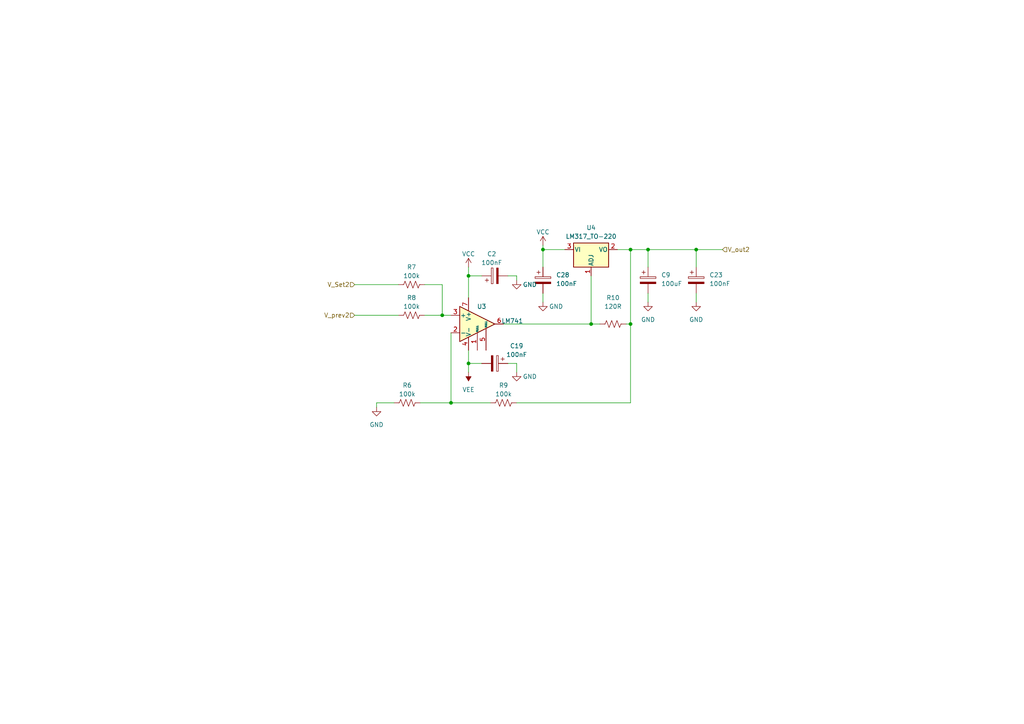
<source format=kicad_sch>
(kicad_sch
	(version 20231120)
	(generator "eeschema")
	(generator_version "8.0")
	(uuid "f0fe022c-722f-4215-b75b-7fa9d4d1487f")
	(paper "A4")
	(title_block
		(company "Purdue ECET")
	)
	(lib_symbols
		(symbol "Amplifier_Operational:LM741"
			(pin_names
				(offset 0.127)
			)
			(exclude_from_sim no)
			(in_bom yes)
			(on_board yes)
			(property "Reference" "U"
				(at 0 6.35 0)
				(effects
					(font
						(size 1.27 1.27)
					)
					(justify left)
				)
			)
			(property "Value" "LM741"
				(at 0 3.81 0)
				(effects
					(font
						(size 1.27 1.27)
					)
					(justify left)
				)
			)
			(property "Footprint" ""
				(at 1.27 1.27 0)
				(effects
					(font
						(size 1.27 1.27)
					)
					(hide yes)
				)
			)
			(property "Datasheet" "http://www.ti.com/lit/ds/symlink/lm741.pdf"
				(at 3.81 3.81 0)
				(effects
					(font
						(size 1.27 1.27)
					)
					(hide yes)
				)
			)
			(property "Description" "Operational Amplifier, DIP-8/TO-99-8"
				(at 0 0 0)
				(effects
					(font
						(size 1.27 1.27)
					)
					(hide yes)
				)
			)
			(property "ki_keywords" "single opamp"
				(at 0 0 0)
				(effects
					(font
						(size 1.27 1.27)
					)
					(hide yes)
				)
			)
			(property "ki_fp_filters" "SOIC*3.9x4.9mm*P1.27mm* DIP*W7.62mm* TSSOP*3x3mm*P0.65mm*"
				(at 0 0 0)
				(effects
					(font
						(size 1.27 1.27)
					)
					(hide yes)
				)
			)
			(symbol "LM741_0_1"
				(polyline
					(pts
						(xy -5.08 5.08) (xy 5.08 0) (xy -5.08 -5.08) (xy -5.08 5.08)
					)
					(stroke
						(width 0.254)
						(type default)
					)
					(fill
						(type background)
					)
				)
			)
			(symbol "LM741_1_1"
				(pin input line
					(at 0 -7.62 90)
					(length 5.08)
					(name "NULL"
						(effects
							(font
								(size 0.508 0.508)
							)
						)
					)
					(number "1"
						(effects
							(font
								(size 1.27 1.27)
							)
						)
					)
				)
				(pin input line
					(at -7.62 -2.54 0)
					(length 2.54)
					(name "-"
						(effects
							(font
								(size 1.27 1.27)
							)
						)
					)
					(number "2"
						(effects
							(font
								(size 1.27 1.27)
							)
						)
					)
				)
				(pin input line
					(at -7.62 2.54 0)
					(length 2.54)
					(name "+"
						(effects
							(font
								(size 1.27 1.27)
							)
						)
					)
					(number "3"
						(effects
							(font
								(size 1.27 1.27)
							)
						)
					)
				)
				(pin power_in line
					(at -2.54 -7.62 90)
					(length 3.81)
					(name "V-"
						(effects
							(font
								(size 1.27 1.27)
							)
						)
					)
					(number "4"
						(effects
							(font
								(size 1.27 1.27)
							)
						)
					)
				)
				(pin input line
					(at 2.54 -7.62 90)
					(length 6.35)
					(name "NULL"
						(effects
							(font
								(size 0.508 0.508)
							)
						)
					)
					(number "5"
						(effects
							(font
								(size 1.27 1.27)
							)
						)
					)
				)
				(pin output line
					(at 7.62 0 180)
					(length 2.54)
					(name "~"
						(effects
							(font
								(size 1.27 1.27)
							)
						)
					)
					(number "6"
						(effects
							(font
								(size 1.27 1.27)
							)
						)
					)
				)
				(pin power_in line
					(at -2.54 7.62 270)
					(length 3.81)
					(name "V+"
						(effects
							(font
								(size 1.27 1.27)
							)
						)
					)
					(number "7"
						(effects
							(font
								(size 1.27 1.27)
							)
						)
					)
				)
				(pin no_connect line
					(at 0 2.54 270)
					(length 2.54) hide
					(name "NC"
						(effects
							(font
								(size 1.27 1.27)
							)
						)
					)
					(number "8"
						(effects
							(font
								(size 1.27 1.27)
							)
						)
					)
				)
			)
		)
		(symbol "Device:C_Polarized"
			(pin_numbers hide)
			(pin_names
				(offset 0.254)
			)
			(exclude_from_sim no)
			(in_bom yes)
			(on_board yes)
			(property "Reference" "C"
				(at 0.635 2.54 0)
				(effects
					(font
						(size 1.27 1.27)
					)
					(justify left)
				)
			)
			(property "Value" "C_Polarized"
				(at 0.635 -2.54 0)
				(effects
					(font
						(size 1.27 1.27)
					)
					(justify left)
				)
			)
			(property "Footprint" ""
				(at 0.9652 -3.81 0)
				(effects
					(font
						(size 1.27 1.27)
					)
					(hide yes)
				)
			)
			(property "Datasheet" "~"
				(at 0 0 0)
				(effects
					(font
						(size 1.27 1.27)
					)
					(hide yes)
				)
			)
			(property "Description" "Polarized capacitor"
				(at 0 0 0)
				(effects
					(font
						(size 1.27 1.27)
					)
					(hide yes)
				)
			)
			(property "ki_keywords" "cap capacitor"
				(at 0 0 0)
				(effects
					(font
						(size 1.27 1.27)
					)
					(hide yes)
				)
			)
			(property "ki_fp_filters" "CP_*"
				(at 0 0 0)
				(effects
					(font
						(size 1.27 1.27)
					)
					(hide yes)
				)
			)
			(symbol "C_Polarized_0_1"
				(rectangle
					(start -2.286 0.508)
					(end 2.286 1.016)
					(stroke
						(width 0)
						(type default)
					)
					(fill
						(type none)
					)
				)
				(polyline
					(pts
						(xy -1.778 2.286) (xy -0.762 2.286)
					)
					(stroke
						(width 0)
						(type default)
					)
					(fill
						(type none)
					)
				)
				(polyline
					(pts
						(xy -1.27 2.794) (xy -1.27 1.778)
					)
					(stroke
						(width 0)
						(type default)
					)
					(fill
						(type none)
					)
				)
				(rectangle
					(start 2.286 -0.508)
					(end -2.286 -1.016)
					(stroke
						(width 0)
						(type default)
					)
					(fill
						(type outline)
					)
				)
			)
			(symbol "C_Polarized_1_1"
				(pin passive line
					(at 0 3.81 270)
					(length 2.794)
					(name "~"
						(effects
							(font
								(size 1.27 1.27)
							)
						)
					)
					(number "1"
						(effects
							(font
								(size 1.27 1.27)
							)
						)
					)
				)
				(pin passive line
					(at 0 -3.81 90)
					(length 2.794)
					(name "~"
						(effects
							(font
								(size 1.27 1.27)
							)
						)
					)
					(number "2"
						(effects
							(font
								(size 1.27 1.27)
							)
						)
					)
				)
			)
		)
		(symbol "Device:R_US"
			(pin_numbers hide)
			(pin_names
				(offset 0)
			)
			(exclude_from_sim no)
			(in_bom yes)
			(on_board yes)
			(property "Reference" "R"
				(at 2.54 0 90)
				(effects
					(font
						(size 1.27 1.27)
					)
				)
			)
			(property "Value" "R_US"
				(at -2.54 0 90)
				(effects
					(font
						(size 1.27 1.27)
					)
				)
			)
			(property "Footprint" ""
				(at 1.016 -0.254 90)
				(effects
					(font
						(size 1.27 1.27)
					)
					(hide yes)
				)
			)
			(property "Datasheet" "~"
				(at 0 0 0)
				(effects
					(font
						(size 1.27 1.27)
					)
					(hide yes)
				)
			)
			(property "Description" "Resistor, US symbol"
				(at 0 0 0)
				(effects
					(font
						(size 1.27 1.27)
					)
					(hide yes)
				)
			)
			(property "ki_keywords" "R res resistor"
				(at 0 0 0)
				(effects
					(font
						(size 1.27 1.27)
					)
					(hide yes)
				)
			)
			(property "ki_fp_filters" "R_*"
				(at 0 0 0)
				(effects
					(font
						(size 1.27 1.27)
					)
					(hide yes)
				)
			)
			(symbol "R_US_0_1"
				(polyline
					(pts
						(xy 0 -2.286) (xy 0 -2.54)
					)
					(stroke
						(width 0)
						(type default)
					)
					(fill
						(type none)
					)
				)
				(polyline
					(pts
						(xy 0 2.286) (xy 0 2.54)
					)
					(stroke
						(width 0)
						(type default)
					)
					(fill
						(type none)
					)
				)
				(polyline
					(pts
						(xy 0 -0.762) (xy 1.016 -1.143) (xy 0 -1.524) (xy -1.016 -1.905) (xy 0 -2.286)
					)
					(stroke
						(width 0)
						(type default)
					)
					(fill
						(type none)
					)
				)
				(polyline
					(pts
						(xy 0 0.762) (xy 1.016 0.381) (xy 0 0) (xy -1.016 -0.381) (xy 0 -0.762)
					)
					(stroke
						(width 0)
						(type default)
					)
					(fill
						(type none)
					)
				)
				(polyline
					(pts
						(xy 0 2.286) (xy 1.016 1.905) (xy 0 1.524) (xy -1.016 1.143) (xy 0 0.762)
					)
					(stroke
						(width 0)
						(type default)
					)
					(fill
						(type none)
					)
				)
			)
			(symbol "R_US_1_1"
				(pin passive line
					(at 0 3.81 270)
					(length 1.27)
					(name "~"
						(effects
							(font
								(size 1.27 1.27)
							)
						)
					)
					(number "1"
						(effects
							(font
								(size 1.27 1.27)
							)
						)
					)
				)
				(pin passive line
					(at 0 -3.81 90)
					(length 1.27)
					(name "~"
						(effects
							(font
								(size 1.27 1.27)
							)
						)
					)
					(number "2"
						(effects
							(font
								(size 1.27 1.27)
							)
						)
					)
				)
			)
		)
		(symbol "Regulator_Linear:LM317_TO-220"
			(pin_names
				(offset 0.254)
			)
			(exclude_from_sim no)
			(in_bom yes)
			(on_board yes)
			(property "Reference" "U"
				(at -3.81 3.175 0)
				(effects
					(font
						(size 1.27 1.27)
					)
				)
			)
			(property "Value" "LM317_TO-220"
				(at 0 3.175 0)
				(effects
					(font
						(size 1.27 1.27)
					)
					(justify left)
				)
			)
			(property "Footprint" "Package_TO_SOT_THT:TO-220-3_Vertical"
				(at 0 6.35 0)
				(effects
					(font
						(size 1.27 1.27)
						(italic yes)
					)
					(hide yes)
				)
			)
			(property "Datasheet" "http://www.ti.com/lit/ds/symlink/lm317.pdf"
				(at 0 0 0)
				(effects
					(font
						(size 1.27 1.27)
					)
					(hide yes)
				)
			)
			(property "Description" "1.5A 35V Adjustable Linear Regulator, TO-220"
				(at 0 0 0)
				(effects
					(font
						(size 1.27 1.27)
					)
					(hide yes)
				)
			)
			(property "ki_keywords" "Adjustable Voltage Regulator 1A Positive"
				(at 0 0 0)
				(effects
					(font
						(size 1.27 1.27)
					)
					(hide yes)
				)
			)
			(property "ki_fp_filters" "TO?220*"
				(at 0 0 0)
				(effects
					(font
						(size 1.27 1.27)
					)
					(hide yes)
				)
			)
			(symbol "LM317_TO-220_0_1"
				(rectangle
					(start -5.08 1.905)
					(end 5.08 -5.08)
					(stroke
						(width 0.254)
						(type default)
					)
					(fill
						(type background)
					)
				)
			)
			(symbol "LM317_TO-220_1_1"
				(pin input line
					(at 0 -7.62 90)
					(length 2.54)
					(name "ADJ"
						(effects
							(font
								(size 1.27 1.27)
							)
						)
					)
					(number "1"
						(effects
							(font
								(size 1.27 1.27)
							)
						)
					)
				)
				(pin power_out line
					(at 7.62 0 180)
					(length 2.54)
					(name "VO"
						(effects
							(font
								(size 1.27 1.27)
							)
						)
					)
					(number "2"
						(effects
							(font
								(size 1.27 1.27)
							)
						)
					)
				)
				(pin power_in line
					(at -7.62 0 0)
					(length 2.54)
					(name "VI"
						(effects
							(font
								(size 1.27 1.27)
							)
						)
					)
					(number "3"
						(effects
							(font
								(size 1.27 1.27)
							)
						)
					)
				)
			)
		)
		(symbol "power:GND"
			(power)
			(pin_names
				(offset 0)
			)
			(exclude_from_sim no)
			(in_bom yes)
			(on_board yes)
			(property "Reference" "#PWR"
				(at 0 -6.35 0)
				(effects
					(font
						(size 1.27 1.27)
					)
					(hide yes)
				)
			)
			(property "Value" "GND"
				(at 0 -3.81 0)
				(effects
					(font
						(size 1.27 1.27)
					)
				)
			)
			(property "Footprint" ""
				(at 0 0 0)
				(effects
					(font
						(size 1.27 1.27)
					)
					(hide yes)
				)
			)
			(property "Datasheet" ""
				(at 0 0 0)
				(effects
					(font
						(size 1.27 1.27)
					)
					(hide yes)
				)
			)
			(property "Description" "Power symbol creates a global label with name \"GND\" , ground"
				(at 0 0 0)
				(effects
					(font
						(size 1.27 1.27)
					)
					(hide yes)
				)
			)
			(property "ki_keywords" "global power"
				(at 0 0 0)
				(effects
					(font
						(size 1.27 1.27)
					)
					(hide yes)
				)
			)
			(symbol "GND_0_1"
				(polyline
					(pts
						(xy 0 0) (xy 0 -1.27) (xy 1.27 -1.27) (xy 0 -2.54) (xy -1.27 -1.27) (xy 0 -1.27)
					)
					(stroke
						(width 0)
						(type default)
					)
					(fill
						(type none)
					)
				)
			)
			(symbol "GND_1_1"
				(pin power_in line
					(at 0 0 270)
					(length 0) hide
					(name "GND"
						(effects
							(font
								(size 1.27 1.27)
							)
						)
					)
					(number "1"
						(effects
							(font
								(size 1.27 1.27)
							)
						)
					)
				)
			)
		)
		(symbol "power:VCC"
			(power)
			(pin_names
				(offset 0)
			)
			(exclude_from_sim no)
			(in_bom yes)
			(on_board yes)
			(property "Reference" "#PWR"
				(at 0 -3.81 0)
				(effects
					(font
						(size 1.27 1.27)
					)
					(hide yes)
				)
			)
			(property "Value" "VCC"
				(at 0 3.81 0)
				(effects
					(font
						(size 1.27 1.27)
					)
				)
			)
			(property "Footprint" ""
				(at 0 0 0)
				(effects
					(font
						(size 1.27 1.27)
					)
					(hide yes)
				)
			)
			(property "Datasheet" ""
				(at 0 0 0)
				(effects
					(font
						(size 1.27 1.27)
					)
					(hide yes)
				)
			)
			(property "Description" "Power symbol creates a global label with name \"VCC\""
				(at 0 0 0)
				(effects
					(font
						(size 1.27 1.27)
					)
					(hide yes)
				)
			)
			(property "ki_keywords" "global power"
				(at 0 0 0)
				(effects
					(font
						(size 1.27 1.27)
					)
					(hide yes)
				)
			)
			(symbol "VCC_0_1"
				(polyline
					(pts
						(xy -0.762 1.27) (xy 0 2.54)
					)
					(stroke
						(width 0)
						(type default)
					)
					(fill
						(type none)
					)
				)
				(polyline
					(pts
						(xy 0 0) (xy 0 2.54)
					)
					(stroke
						(width 0)
						(type default)
					)
					(fill
						(type none)
					)
				)
				(polyline
					(pts
						(xy 0 2.54) (xy 0.762 1.27)
					)
					(stroke
						(width 0)
						(type default)
					)
					(fill
						(type none)
					)
				)
			)
			(symbol "VCC_1_1"
				(pin power_in line
					(at 0 0 90)
					(length 0) hide
					(name "VCC"
						(effects
							(font
								(size 1.27 1.27)
							)
						)
					)
					(number "1"
						(effects
							(font
								(size 1.27 1.27)
							)
						)
					)
				)
			)
		)
		(symbol "power:VEE"
			(power)
			(pin_names
				(offset 0)
			)
			(exclude_from_sim no)
			(in_bom yes)
			(on_board yes)
			(property "Reference" "#PWR"
				(at 0 -3.81 0)
				(effects
					(font
						(size 1.27 1.27)
					)
					(hide yes)
				)
			)
			(property "Value" "VEE"
				(at 0 3.81 0)
				(effects
					(font
						(size 1.27 1.27)
					)
				)
			)
			(property "Footprint" ""
				(at 0 0 0)
				(effects
					(font
						(size 1.27 1.27)
					)
					(hide yes)
				)
			)
			(property "Datasheet" ""
				(at 0 0 0)
				(effects
					(font
						(size 1.27 1.27)
					)
					(hide yes)
				)
			)
			(property "Description" "Power symbol creates a global label with name \"VEE\""
				(at 0 0 0)
				(effects
					(font
						(size 1.27 1.27)
					)
					(hide yes)
				)
			)
			(property "ki_keywords" "global power"
				(at 0 0 0)
				(effects
					(font
						(size 1.27 1.27)
					)
					(hide yes)
				)
			)
			(symbol "VEE_0_1"
				(polyline
					(pts
						(xy 0 0) (xy 0 2.54)
					)
					(stroke
						(width 0)
						(type default)
					)
					(fill
						(type none)
					)
				)
				(polyline
					(pts
						(xy 0.762 1.27) (xy -0.762 1.27) (xy 0 2.54) (xy 0.762 1.27)
					)
					(stroke
						(width 0)
						(type default)
					)
					(fill
						(type outline)
					)
				)
			)
			(symbol "VEE_1_1"
				(pin power_in line
					(at 0 0 90)
					(length 0) hide
					(name "VEE"
						(effects
							(font
								(size 1.27 1.27)
							)
						)
					)
					(number "1"
						(effects
							(font
								(size 1.27 1.27)
							)
						)
					)
				)
			)
		)
	)
	(junction
		(at 130.81 116.84)
		(diameter 0)
		(color 0 0 0 0)
		(uuid "0a6eaa2c-f1c0-4dca-915a-66a6e9941010")
	)
	(junction
		(at 182.88 72.39)
		(diameter 0)
		(color 0 0 0 0)
		(uuid "10af608d-9051-4537-8232-ad00d69c85f3")
	)
	(junction
		(at 128.27 91.44)
		(diameter 0)
		(color 0 0 0 0)
		(uuid "4b7f20cb-7420-4452-a863-27dfa0c2ae2d")
	)
	(junction
		(at 182.88 93.98)
		(diameter 0)
		(color 0 0 0 0)
		(uuid "790de670-8117-40ca-b648-cab50fd18afc")
	)
	(junction
		(at 187.96 72.39)
		(diameter 0)
		(color 0 0 0 0)
		(uuid "930f3cdb-56c4-42f3-9b96-5cab84dd7aeb")
	)
	(junction
		(at 201.93 72.39)
		(diameter 0)
		(color 0 0 0 0)
		(uuid "9e4e147e-fe47-427d-aafd-b17c7f32a29b")
	)
	(junction
		(at 135.89 105.41)
		(diameter 0)
		(color 0 0 0 0)
		(uuid "a34ef4ec-e9af-4189-b99f-9aefdbea265c")
	)
	(junction
		(at 157.48 72.39)
		(diameter 0)
		(color 0 0 0 0)
		(uuid "d757cd01-2fe6-4cd6-af62-f250dfa85ca9")
	)
	(junction
		(at 171.45 93.98)
		(diameter 0)
		(color 0 0 0 0)
		(uuid "d968e35b-f3e3-4cc7-8176-a62e7c0aaf45")
	)
	(junction
		(at 135.89 80.01)
		(diameter 0)
		(color 0 0 0 0)
		(uuid "fafea651-c918-4daa-ad57-696d83767d05")
	)
	(wire
		(pts
			(xy 109.22 116.84) (xy 109.22 118.11)
		)
		(stroke
			(width 0)
			(type default)
		)
		(uuid "00dfa9da-e2c7-4656-afa3-f5193752a65e")
	)
	(wire
		(pts
			(xy 128.27 91.44) (xy 130.81 91.44)
		)
		(stroke
			(width 0)
			(type default)
		)
		(uuid "02faf5f6-bd4d-45b7-9784-be46813edd4c")
	)
	(wire
		(pts
			(xy 123.19 82.55) (xy 128.27 82.55)
		)
		(stroke
			(width 0)
			(type default)
		)
		(uuid "160f03eb-55c1-45bb-8324-49fdc919c21d")
	)
	(wire
		(pts
			(xy 130.81 116.84) (xy 142.24 116.84)
		)
		(stroke
			(width 0)
			(type default)
		)
		(uuid "1b68b001-9df4-4e1c-8cc2-4d5ca3003724")
	)
	(wire
		(pts
			(xy 201.93 85.09) (xy 201.93 87.63)
		)
		(stroke
			(width 0)
			(type default)
		)
		(uuid "2176dff3-2703-42d3-bc4d-e3014a16c7d2")
	)
	(wire
		(pts
			(xy 171.45 80.01) (xy 171.45 93.98)
		)
		(stroke
			(width 0)
			(type default)
		)
		(uuid "21ffb36b-ddf2-4490-a0a5-8d92829868d7")
	)
	(wire
		(pts
			(xy 163.83 72.39) (xy 157.48 72.39)
		)
		(stroke
			(width 0)
			(type default)
		)
		(uuid "22ae25aa-21aa-4a4e-9972-fbf72349080f")
	)
	(wire
		(pts
			(xy 128.27 82.55) (xy 128.27 91.44)
		)
		(stroke
			(width 0)
			(type default)
		)
		(uuid "2da59166-b36b-49bd-ada8-4de95b9e0bd1")
	)
	(wire
		(pts
			(xy 146.05 93.98) (xy 171.45 93.98)
		)
		(stroke
			(width 0)
			(type default)
		)
		(uuid "31abd467-558e-4599-a376-a4d272514491")
	)
	(wire
		(pts
			(xy 121.92 116.84) (xy 130.81 116.84)
		)
		(stroke
			(width 0)
			(type default)
		)
		(uuid "31bd3c66-db6e-4c96-a19d-c1fb925b6e83")
	)
	(wire
		(pts
			(xy 187.96 72.39) (xy 201.93 72.39)
		)
		(stroke
			(width 0)
			(type default)
		)
		(uuid "39ed24d5-63ef-4e10-8a3b-29e0f0ae6262")
	)
	(wire
		(pts
			(xy 182.88 116.84) (xy 182.88 93.98)
		)
		(stroke
			(width 0)
			(type default)
		)
		(uuid "3be75239-602e-47e1-a100-4afe0e849ff8")
	)
	(wire
		(pts
			(xy 201.93 72.39) (xy 201.93 77.47)
		)
		(stroke
			(width 0)
			(type default)
		)
		(uuid "3e6addc1-8b54-4605-a57d-d39c98708fa4")
	)
	(wire
		(pts
			(xy 149.86 107.95) (xy 149.86 105.41)
		)
		(stroke
			(width 0)
			(type default)
		)
		(uuid "45999fbb-8a95-4e5e-9754-017ca4052889")
	)
	(wire
		(pts
			(xy 147.32 80.01) (xy 149.86 80.01)
		)
		(stroke
			(width 0)
			(type default)
		)
		(uuid "46a70af8-3c42-4eaf-aa65-3e838619c632")
	)
	(wire
		(pts
			(xy 149.86 116.84) (xy 182.88 116.84)
		)
		(stroke
			(width 0)
			(type default)
		)
		(uuid "4c2bce77-00b4-453b-9aee-43a97e810d01")
	)
	(wire
		(pts
			(xy 147.32 105.41) (xy 149.86 105.41)
		)
		(stroke
			(width 0)
			(type default)
		)
		(uuid "52b1d863-4e90-439b-bdbb-50b6356b12d2")
	)
	(wire
		(pts
			(xy 182.88 72.39) (xy 182.88 93.98)
		)
		(stroke
			(width 0)
			(type default)
		)
		(uuid "5e73d2ae-89cb-4e33-9f8a-87f38a2d5d2c")
	)
	(wire
		(pts
			(xy 157.48 72.39) (xy 157.48 77.47)
		)
		(stroke
			(width 0)
			(type default)
		)
		(uuid "64a75847-daa2-47f9-9c0f-ea5e708a8d1e")
	)
	(wire
		(pts
			(xy 102.87 82.55) (xy 115.57 82.55)
		)
		(stroke
			(width 0)
			(type default)
		)
		(uuid "71d066d7-39f2-4bfc-a942-038711cc148f")
	)
	(wire
		(pts
			(xy 135.89 77.47) (xy 135.89 80.01)
		)
		(stroke
			(width 0)
			(type default)
		)
		(uuid "7c1005c4-2fbe-4cbe-9d7e-61b3be7a6d63")
	)
	(wire
		(pts
			(xy 123.19 91.44) (xy 128.27 91.44)
		)
		(stroke
			(width 0)
			(type default)
		)
		(uuid "7c6aeeb1-2d78-41ca-ba6d-e2b439acc68d")
	)
	(wire
		(pts
			(xy 182.88 72.39) (xy 187.96 72.39)
		)
		(stroke
			(width 0)
			(type default)
		)
		(uuid "7f2296d6-7296-4e89-be24-5b824e194ccf")
	)
	(wire
		(pts
			(xy 139.7 105.41) (xy 135.89 105.41)
		)
		(stroke
			(width 0)
			(type default)
		)
		(uuid "9e38ad3b-b7d8-48a9-916b-b8286827c79f")
	)
	(wire
		(pts
			(xy 173.99 93.98) (xy 171.45 93.98)
		)
		(stroke
			(width 0)
			(type default)
		)
		(uuid "ba4b41b1-9c9b-4246-9bc1-4c4077371509")
	)
	(wire
		(pts
			(xy 157.48 85.09) (xy 157.48 87.63)
		)
		(stroke
			(width 0)
			(type default)
		)
		(uuid "bc218cda-8d90-4828-8bd9-2fd5d9565a87")
	)
	(wire
		(pts
			(xy 135.89 105.41) (xy 135.89 107.95)
		)
		(stroke
			(width 0)
			(type default)
		)
		(uuid "bf9198e6-faf7-485f-a033-0af21a7585e9")
	)
	(wire
		(pts
			(xy 135.89 101.6) (xy 135.89 105.41)
		)
		(stroke
			(width 0)
			(type default)
		)
		(uuid "c29aa247-0ed2-45c9-b94a-0f6cec2bf3fe")
	)
	(wire
		(pts
			(xy 181.61 93.98) (xy 182.88 93.98)
		)
		(stroke
			(width 0)
			(type default)
		)
		(uuid "c45a869e-5896-4fff-9fd6-80155d712d67")
	)
	(wire
		(pts
			(xy 157.48 72.39) (xy 157.48 71.12)
		)
		(stroke
			(width 0)
			(type default)
		)
		(uuid "c6571cc8-e5c2-4558-84fb-c15791061406")
	)
	(wire
		(pts
			(xy 149.86 81.28) (xy 149.86 80.01)
		)
		(stroke
			(width 0)
			(type default)
		)
		(uuid "c98fc6c5-f995-4025-8569-9e5e066f6f81")
	)
	(wire
		(pts
			(xy 187.96 77.47) (xy 187.96 72.39)
		)
		(stroke
			(width 0)
			(type default)
		)
		(uuid "d074b759-80aa-4692-a117-64e0e8dba594")
	)
	(wire
		(pts
			(xy 179.07 72.39) (xy 182.88 72.39)
		)
		(stroke
			(width 0)
			(type default)
		)
		(uuid "d3047841-09e1-4369-bf5b-a148ecafa763")
	)
	(wire
		(pts
			(xy 130.81 96.52) (xy 130.81 116.84)
		)
		(stroke
			(width 0)
			(type default)
		)
		(uuid "d5c39f85-c4e3-4f93-a8e1-a71e9b6cbfe4")
	)
	(wire
		(pts
			(xy 135.89 80.01) (xy 135.89 86.36)
		)
		(stroke
			(width 0)
			(type default)
		)
		(uuid "da26d809-22a4-4960-9279-94cf6a7155eb")
	)
	(wire
		(pts
			(xy 135.89 80.01) (xy 139.7 80.01)
		)
		(stroke
			(width 0)
			(type default)
		)
		(uuid "da3251c1-35f5-47bc-b9dc-0a25f4cab70d")
	)
	(wire
		(pts
			(xy 201.93 72.39) (xy 209.55 72.39)
		)
		(stroke
			(width 0)
			(type default)
		)
		(uuid "dd910ec6-e430-44be-967d-636b26a5aace")
	)
	(wire
		(pts
			(xy 114.3 116.84) (xy 109.22 116.84)
		)
		(stroke
			(width 0)
			(type default)
		)
		(uuid "ed68ed58-51c7-4d59-a15e-e6975d4c6bea")
	)
	(wire
		(pts
			(xy 187.96 85.09) (xy 187.96 87.63)
		)
		(stroke
			(width 0)
			(type default)
		)
		(uuid "f841d9a9-c9ac-4272-95fe-f196a2877611")
	)
	(wire
		(pts
			(xy 102.87 91.44) (xy 115.57 91.44)
		)
		(stroke
			(width 0)
			(type default)
		)
		(uuid "f963fd8c-371c-4701-b33d-7dfb50fbb80c")
	)
	(hierarchical_label "V_Set2"
		(shape input)
		(at 102.87 82.55 180)
		(effects
			(font
				(size 1.27 1.27)
			)
			(justify right)
		)
		(uuid "536dab99-2ee9-44ac-82f1-8270d7029c53")
	)
	(hierarchical_label "V_prev2"
		(shape input)
		(at 102.87 91.44 180)
		(effects
			(font
				(size 1.27 1.27)
			)
			(justify right)
		)
		(uuid "5994b7c6-b836-4598-86ea-21083172bc1a")
	)
	(hierarchical_label "V_out2"
		(shape input)
		(at 209.55 72.39 0)
		(effects
			(font
				(size 1.27 1.27)
			)
			(justify left)
		)
		(uuid "fc850eb3-c871-4148-bc46-0881d7a34f41")
	)
	(symbol
		(lib_id "power:VEE")
		(at 135.89 107.95 180)
		(unit 1)
		(exclude_from_sim no)
		(in_bom yes)
		(on_board yes)
		(dnp no)
		(fields_autoplaced yes)
		(uuid "00662e06-b617-487d-b768-d526bfb37dcd")
		(property "Reference" "#PWR07"
			(at 135.89 104.14 0)
			(effects
				(font
					(size 1.27 1.27)
				)
				(hide yes)
			)
		)
		(property "Value" "VEE"
			(at 135.89 113.03 0)
			(effects
				(font
					(size 1.27 1.27)
				)
			)
		)
		(property "Footprint" ""
			(at 135.89 107.95 0)
			(effects
				(font
					(size 1.27 1.27)
				)
				(hide yes)
			)
		)
		(property "Datasheet" ""
			(at 135.89 107.95 0)
			(effects
				(font
					(size 1.27 1.27)
				)
				(hide yes)
			)
		)
		(property "Description" ""
			(at 135.89 107.95 0)
			(effects
				(font
					(size 1.27 1.27)
				)
				(hide yes)
			)
		)
		(pin "1"
			(uuid "1313a79b-386a-4e7b-9c1c-8147a3370c64")
		)
		(instances
			(project "battery emulator design 0.1"
				(path "/eb54f7d9-731a-4a54-adbe-3a25c9be0c1a/9fae1e2f-e166-4df4-a8bf-1f26184c47b9"
					(reference "#PWR07")
					(unit 1)
				)
			)
		)
	)
	(symbol
		(lib_id "Regulator_Linear:LM317_TO-220")
		(at 171.45 72.39 0)
		(unit 1)
		(exclude_from_sim no)
		(in_bom yes)
		(on_board yes)
		(dnp no)
		(fields_autoplaced yes)
		(uuid "0fb39018-6627-49bd-92fb-c4cf1b9563fd")
		(property "Reference" "U4"
			(at 171.45 66.04 0)
			(effects
				(font
					(size 1.27 1.27)
				)
			)
		)
		(property "Value" "LM317_TO-220"
			(at 171.45 68.58 0)
			(effects
				(font
					(size 1.27 1.27)
				)
			)
		)
		(property "Footprint" "Package_TO_SOT_THT:TO-220-3_Vertical"
			(at 171.45 66.04 0)
			(effects
				(font
					(size 1.27 1.27)
					(italic yes)
				)
				(hide yes)
			)
		)
		(property "Datasheet" "http://www.ti.com/lit/ds/symlink/lm317.pdf"
			(at 171.45 72.39 0)
			(effects
				(font
					(size 1.27 1.27)
				)
				(hide yes)
			)
		)
		(property "Description" ""
			(at 171.45 72.39 0)
			(effects
				(font
					(size 1.27 1.27)
				)
				(hide yes)
			)
		)
		(pin "1"
			(uuid "893d5cc9-c52c-43b8-8747-48c1cd0a82c7")
		)
		(pin "2"
			(uuid "22a02be8-9ce2-4ae9-8861-a0b0cb3fac91")
		)
		(pin "3"
			(uuid "eb6081c0-4133-4098-a8e4-4395e9d9c619")
		)
		(instances
			(project "battery emulator design 0.1"
				(path "/eb54f7d9-731a-4a54-adbe-3a25c9be0c1a/9fae1e2f-e166-4df4-a8bf-1f26184c47b9"
					(reference "U4")
					(unit 1)
				)
			)
		)
	)
	(symbol
		(lib_id "power:VCC")
		(at 135.89 77.47 0)
		(unit 1)
		(exclude_from_sim no)
		(in_bom yes)
		(on_board yes)
		(dnp no)
		(fields_autoplaced yes)
		(uuid "16ffd8e0-84a0-49c0-b1db-f41f317efff6")
		(property "Reference" "#PWR06"
			(at 135.89 81.28 0)
			(effects
				(font
					(size 1.27 1.27)
				)
				(hide yes)
			)
		)
		(property "Value" "VCC"
			(at 135.89 73.66 0)
			(effects
				(font
					(size 1.27 1.27)
				)
			)
		)
		(property "Footprint" ""
			(at 135.89 77.47 0)
			(effects
				(font
					(size 1.27 1.27)
				)
				(hide yes)
			)
		)
		(property "Datasheet" ""
			(at 135.89 77.47 0)
			(effects
				(font
					(size 1.27 1.27)
				)
				(hide yes)
			)
		)
		(property "Description" ""
			(at 135.89 77.47 0)
			(effects
				(font
					(size 1.27 1.27)
				)
				(hide yes)
			)
		)
		(pin "1"
			(uuid "07306bdd-b7fb-49a3-a967-d5c4503a06bd")
		)
		(instances
			(project "battery emulator design 0.1"
				(path "/eb54f7d9-731a-4a54-adbe-3a25c9be0c1a/9fae1e2f-e166-4df4-a8bf-1f26184c47b9"
					(reference "#PWR06")
					(unit 1)
				)
			)
		)
	)
	(symbol
		(lib_id "power:GND")
		(at 201.93 87.63 0)
		(unit 1)
		(exclude_from_sim no)
		(in_bom yes)
		(on_board yes)
		(dnp no)
		(fields_autoplaced yes)
		(uuid "29daeed0-0e91-47b6-b4f0-ab59d0d9352b")
		(property "Reference" "#PWR050"
			(at 201.93 93.98 0)
			(effects
				(font
					(size 1.27 1.27)
				)
				(hide yes)
			)
		)
		(property "Value" "GND"
			(at 201.93 92.71 0)
			(effects
				(font
					(size 1.27 1.27)
				)
			)
		)
		(property "Footprint" ""
			(at 201.93 87.63 0)
			(effects
				(font
					(size 1.27 1.27)
				)
				(hide yes)
			)
		)
		(property "Datasheet" ""
			(at 201.93 87.63 0)
			(effects
				(font
					(size 1.27 1.27)
				)
				(hide yes)
			)
		)
		(property "Description" ""
			(at 201.93 87.63 0)
			(effects
				(font
					(size 1.27 1.27)
				)
				(hide yes)
			)
		)
		(pin "1"
			(uuid "e9b6ed50-1546-469a-b48e-fd269d2d7f7b")
		)
		(instances
			(project "battery emulator design 0.1"
				(path "/eb54f7d9-731a-4a54-adbe-3a25c9be0c1a/9fae1e2f-e166-4df4-a8bf-1f26184c47b9"
					(reference "#PWR050")
					(unit 1)
				)
			)
		)
	)
	(symbol
		(lib_id "Device:R_US")
		(at 119.38 82.55 90)
		(unit 1)
		(exclude_from_sim no)
		(in_bom yes)
		(on_board yes)
		(dnp no)
		(fields_autoplaced yes)
		(uuid "2eb88251-5426-44d1-b404-2cf23eaa79c2")
		(property "Reference" "R7"
			(at 119.38 77.47 90)
			(effects
				(font
					(size 1.27 1.27)
				)
			)
		)
		(property "Value" "100k"
			(at 119.38 80.01 90)
			(effects
				(font
					(size 1.27 1.27)
				)
			)
		)
		(property "Footprint" "Resistor_THT:R_Axial_DIN0207_L6.3mm_D2.5mm_P10.16mm_Horizontal"
			(at 119.634 81.534 90)
			(effects
				(font
					(size 1.27 1.27)
				)
				(hide yes)
			)
		)
		(property "Datasheet" "~"
			(at 119.38 82.55 0)
			(effects
				(font
					(size 1.27 1.27)
				)
				(hide yes)
			)
		)
		(property "Description" ""
			(at 119.38 82.55 0)
			(effects
				(font
					(size 1.27 1.27)
				)
				(hide yes)
			)
		)
		(pin "1"
			(uuid "35eb8e5d-ddf3-4976-8cdf-416dc75a7d82")
		)
		(pin "2"
			(uuid "90a5632b-01c1-4d17-a5ae-7209d855af88")
		)
		(instances
			(project "battery emulator design 0.1"
				(path "/eb54f7d9-731a-4a54-adbe-3a25c9be0c1a/9fae1e2f-e166-4df4-a8bf-1f26184c47b9"
					(reference "R7")
					(unit 1)
				)
			)
		)
	)
	(symbol
		(lib_id "Device:C_Polarized")
		(at 143.51 80.01 90)
		(unit 1)
		(exclude_from_sim no)
		(in_bom yes)
		(on_board yes)
		(dnp no)
		(fields_autoplaced yes)
		(uuid "30479007-ba45-47c5-a544-06993ca92c02")
		(property "Reference" "C2"
			(at 142.621 73.66 90)
			(effects
				(font
					(size 1.27 1.27)
				)
			)
		)
		(property "Value" "100nF"
			(at 142.621 76.2 90)
			(effects
				(font
					(size 1.27 1.27)
				)
			)
		)
		(property "Footprint" "Capacitor_THT:C_Disc_D3.4mm_W2.1mm_P2.50mm"
			(at 147.32 79.0448 0)
			(effects
				(font
					(size 1.27 1.27)
				)
				(hide yes)
			)
		)
		(property "Datasheet" "~"
			(at 143.51 80.01 0)
			(effects
				(font
					(size 1.27 1.27)
				)
				(hide yes)
			)
		)
		(property "Description" ""
			(at 143.51 80.01 0)
			(effects
				(font
					(size 1.27 1.27)
				)
				(hide yes)
			)
		)
		(pin "1"
			(uuid "0b6f761b-2a80-4bb1-8c22-ff9a36588be8")
		)
		(pin "2"
			(uuid "5bdf1e9d-b512-4b2f-a788-006e0bc443a9")
		)
		(instances
			(project "battery emulator design 0.1"
				(path "/eb54f7d9-731a-4a54-adbe-3a25c9be0c1a/9fae1e2f-e166-4df4-a8bf-1f26184c47b9"
					(reference "C2")
					(unit 1)
				)
			)
		)
	)
	(symbol
		(lib_id "power:VCC")
		(at 157.48 71.12 0)
		(unit 1)
		(exclude_from_sim no)
		(in_bom yes)
		(on_board yes)
		(dnp no)
		(fields_autoplaced yes)
		(uuid "3c50a517-2910-43ad-aaeb-06b84d03ba21")
		(property "Reference" "#PWR010"
			(at 157.48 74.93 0)
			(effects
				(font
					(size 1.27 1.27)
				)
				(hide yes)
			)
		)
		(property "Value" "VCC"
			(at 157.48 67.31 0)
			(effects
				(font
					(size 1.27 1.27)
				)
			)
		)
		(property "Footprint" ""
			(at 157.48 71.12 0)
			(effects
				(font
					(size 1.27 1.27)
				)
				(hide yes)
			)
		)
		(property "Datasheet" ""
			(at 157.48 71.12 0)
			(effects
				(font
					(size 1.27 1.27)
				)
				(hide yes)
			)
		)
		(property "Description" ""
			(at 157.48 71.12 0)
			(effects
				(font
					(size 1.27 1.27)
				)
				(hide yes)
			)
		)
		(pin "1"
			(uuid "6dbf18eb-9ce7-410a-b6d2-249af31e46a9")
		)
		(instances
			(project "battery emulator design 0.1"
				(path "/eb54f7d9-731a-4a54-adbe-3a25c9be0c1a/9fae1e2f-e166-4df4-a8bf-1f26184c47b9"
					(reference "#PWR010")
					(unit 1)
				)
			)
		)
	)
	(symbol
		(lib_id "Device:C_Polarized")
		(at 201.93 81.28 0)
		(unit 1)
		(exclude_from_sim no)
		(in_bom yes)
		(on_board yes)
		(dnp no)
		(fields_autoplaced yes)
		(uuid "3f2705b5-e02f-4006-9e7d-38fcbf7b2057")
		(property "Reference" "C23"
			(at 205.74 79.756 0)
			(effects
				(font
					(size 1.27 1.27)
				)
				(justify left)
			)
		)
		(property "Value" "100nF"
			(at 205.74 82.296 0)
			(effects
				(font
					(size 1.27 1.27)
				)
				(justify left)
			)
		)
		(property "Footprint" "Capacitor_THT:C_Disc_D3.4mm_W2.1mm_P2.50mm"
			(at 202.8952 85.09 0)
			(effects
				(font
					(size 1.27 1.27)
				)
				(hide yes)
			)
		)
		(property "Datasheet" "~"
			(at 201.93 81.28 0)
			(effects
				(font
					(size 1.27 1.27)
				)
				(hide yes)
			)
		)
		(property "Description" ""
			(at 201.93 81.28 0)
			(effects
				(font
					(size 1.27 1.27)
				)
				(hide yes)
			)
		)
		(pin "1"
			(uuid "80b44b54-bf8b-430b-afc7-4c1b34b6c353")
		)
		(pin "2"
			(uuid "4d5720b0-6061-4346-a001-57a5ec497340")
		)
		(instances
			(project "battery emulator design 0.1"
				(path "/eb54f7d9-731a-4a54-adbe-3a25c9be0c1a/9fae1e2f-e166-4df4-a8bf-1f26184c47b9"
					(reference "C23")
					(unit 1)
				)
			)
		)
	)
	(symbol
		(lib_id "power:GND")
		(at 149.86 81.28 0)
		(unit 1)
		(exclude_from_sim no)
		(in_bom yes)
		(on_board yes)
		(dnp no)
		(uuid "42c20b3f-2087-4b06-96be-0e03ceac26a9")
		(property "Reference" "#PWR08"
			(at 149.86 87.63 0)
			(effects
				(font
					(size 1.27 1.27)
				)
				(hide yes)
			)
		)
		(property "Value" "GND"
			(at 153.67 82.55 0)
			(effects
				(font
					(size 1.27 1.27)
				)
			)
		)
		(property "Footprint" ""
			(at 149.86 81.28 0)
			(effects
				(font
					(size 1.27 1.27)
				)
				(hide yes)
			)
		)
		(property "Datasheet" ""
			(at 149.86 81.28 0)
			(effects
				(font
					(size 1.27 1.27)
				)
				(hide yes)
			)
		)
		(property "Description" ""
			(at 149.86 81.28 0)
			(effects
				(font
					(size 1.27 1.27)
				)
				(hide yes)
			)
		)
		(pin "1"
			(uuid "b7cee517-2376-434e-b2a7-f35479dc8d6e")
		)
		(instances
			(project "battery emulator design 0.1"
				(path "/eb54f7d9-731a-4a54-adbe-3a25c9be0c1a/9fae1e2f-e166-4df4-a8bf-1f26184c47b9"
					(reference "#PWR08")
					(unit 1)
				)
			)
		)
	)
	(symbol
		(lib_id "Device:C_Polarized")
		(at 143.51 105.41 270)
		(unit 1)
		(exclude_from_sim no)
		(in_bom yes)
		(on_board yes)
		(dnp no)
		(uuid "468efde9-b092-43a4-97d3-b173ce911db5")
		(property "Reference" "C19"
			(at 149.86 100.33 90)
			(effects
				(font
					(size 1.27 1.27)
				)
			)
		)
		(property "Value" "100nF"
			(at 149.86 102.87 90)
			(effects
				(font
					(size 1.27 1.27)
				)
			)
		)
		(property "Footprint" "Capacitor_THT:C_Disc_D3.4mm_W2.1mm_P2.50mm"
			(at 139.7 106.3752 0)
			(effects
				(font
					(size 1.27 1.27)
				)
				(hide yes)
			)
		)
		(property "Datasheet" "~"
			(at 143.51 105.41 0)
			(effects
				(font
					(size 1.27 1.27)
				)
				(hide yes)
			)
		)
		(property "Description" ""
			(at 143.51 105.41 0)
			(effects
				(font
					(size 1.27 1.27)
				)
				(hide yes)
			)
		)
		(pin "1"
			(uuid "0f94e135-3b29-422f-9760-6e9d11b36dc7")
		)
		(pin "2"
			(uuid "32b04abc-1753-4021-9ed6-cdb91845a2cf")
		)
		(instances
			(project "battery emulator design 0.1"
				(path "/eb54f7d9-731a-4a54-adbe-3a25c9be0c1a/9fae1e2f-e166-4df4-a8bf-1f26184c47b9"
					(reference "C19")
					(unit 1)
				)
			)
		)
	)
	(symbol
		(lib_id "Device:C_Polarized")
		(at 157.48 81.28 0)
		(unit 1)
		(exclude_from_sim no)
		(in_bom yes)
		(on_board yes)
		(dnp no)
		(fields_autoplaced yes)
		(uuid "62d16f49-6263-4828-8197-343927bc48e1")
		(property "Reference" "C28"
			(at 161.29 79.756 0)
			(effects
				(font
					(size 1.27 1.27)
				)
				(justify left)
			)
		)
		(property "Value" "100nF"
			(at 161.29 82.296 0)
			(effects
				(font
					(size 1.27 1.27)
				)
				(justify left)
			)
		)
		(property "Footprint" "Capacitor_THT:C_Disc_D3.4mm_W2.1mm_P2.50mm"
			(at 158.4452 85.09 0)
			(effects
				(font
					(size 1.27 1.27)
				)
				(hide yes)
			)
		)
		(property "Datasheet" "~"
			(at 157.48 81.28 0)
			(effects
				(font
					(size 1.27 1.27)
				)
				(hide yes)
			)
		)
		(property "Description" ""
			(at 157.48 81.28 0)
			(effects
				(font
					(size 1.27 1.27)
				)
				(hide yes)
			)
		)
		(pin "1"
			(uuid "4d66fea9-6dad-4ad1-b182-9c46a9faefc0")
		)
		(pin "2"
			(uuid "5ecf940b-0a0c-4b8b-9048-70cdef4f50cd")
		)
		(instances
			(project "battery emulator design 0.1"
				(path "/eb54f7d9-731a-4a54-adbe-3a25c9be0c1a/9fae1e2f-e166-4df4-a8bf-1f26184c47b9"
					(reference "C28")
					(unit 1)
				)
			)
		)
	)
	(symbol
		(lib_id "Amplifier_Operational:LM741")
		(at 138.43 93.98 0)
		(unit 1)
		(exclude_from_sim no)
		(in_bom yes)
		(on_board yes)
		(dnp no)
		(uuid "76b02ce2-b1d1-4344-a8c4-c5f4f88b0eb5")
		(property "Reference" "U3"
			(at 139.7 88.9 0)
			(effects
				(font
					(size 1.27 1.27)
				)
			)
		)
		(property "Value" "LM741"
			(at 148.59 93.0911 0)
			(effects
				(font
					(size 1.27 1.27)
				)
			)
		)
		(property "Footprint" "Package_DIP:DIP-8_W7.62mm_LongPads"
			(at 139.7 92.71 0)
			(effects
				(font
					(size 1.27 1.27)
				)
				(hide yes)
			)
		)
		(property "Datasheet" "http://www.ti.com/lit/ds/symlink/lm741.pdf"
			(at 142.24 90.17 0)
			(effects
				(font
					(size 1.27 1.27)
				)
				(hide yes)
			)
		)
		(property "Description" ""
			(at 138.43 93.98 0)
			(effects
				(font
					(size 1.27 1.27)
				)
				(hide yes)
			)
		)
		(pin "1"
			(uuid "ac1414b3-85b8-46a8-b205-38a041fac507")
		)
		(pin "2"
			(uuid "7416ec4e-b87c-4aa8-8a7d-5a2e2e2e8a98")
		)
		(pin "3"
			(uuid "c36d36fd-858a-4fc5-a4a8-097547571968")
		)
		(pin "4"
			(uuid "f1ef4bfd-6fbd-4d20-b9ef-9b1f1b932051")
		)
		(pin "5"
			(uuid "6655337d-beb1-4317-9d0e-267e221f506f")
		)
		(pin "6"
			(uuid "da2c2e02-09fc-40c0-a786-b8013b60c550")
		)
		(pin "7"
			(uuid "b1c1d817-9d29-426b-8f8c-a0211288fe37")
		)
		(pin "8"
			(uuid "8e345b13-e9e0-4919-80f6-87edcdaaefb3")
		)
		(instances
			(project "battery emulator design 0.1"
				(path "/eb54f7d9-731a-4a54-adbe-3a25c9be0c1a/9fae1e2f-e166-4df4-a8bf-1f26184c47b9"
					(reference "U3")
					(unit 1)
				)
			)
		)
	)
	(symbol
		(lib_id "power:GND")
		(at 187.96 87.63 0)
		(unit 1)
		(exclude_from_sim no)
		(in_bom yes)
		(on_board yes)
		(dnp no)
		(fields_autoplaced yes)
		(uuid "93b58a70-9445-42cf-a2c9-692e637bfed1")
		(property "Reference" "#PWR027"
			(at 187.96 93.98 0)
			(effects
				(font
					(size 1.27 1.27)
				)
				(hide yes)
			)
		)
		(property "Value" "GND"
			(at 187.96 92.71 0)
			(effects
				(font
					(size 1.27 1.27)
				)
			)
		)
		(property "Footprint" ""
			(at 187.96 87.63 0)
			(effects
				(font
					(size 1.27 1.27)
				)
				(hide yes)
			)
		)
		(property "Datasheet" ""
			(at 187.96 87.63 0)
			(effects
				(font
					(size 1.27 1.27)
				)
				(hide yes)
			)
		)
		(property "Description" ""
			(at 187.96 87.63 0)
			(effects
				(font
					(size 1.27 1.27)
				)
				(hide yes)
			)
		)
		(pin "1"
			(uuid "e206f131-a85f-458e-80de-7894967cea1f")
		)
		(instances
			(project "battery emulator design 0.1"
				(path "/eb54f7d9-731a-4a54-adbe-3a25c9be0c1a/9fae1e2f-e166-4df4-a8bf-1f26184c47b9"
					(reference "#PWR027")
					(unit 1)
				)
			)
		)
	)
	(symbol
		(lib_id "power:GND")
		(at 109.22 118.11 0)
		(unit 1)
		(exclude_from_sim no)
		(in_bom yes)
		(on_board yes)
		(dnp no)
		(fields_autoplaced yes)
		(uuid "959b4c07-ee76-461f-a7b4-304af680a212")
		(property "Reference" "#PWR05"
			(at 109.22 124.46 0)
			(effects
				(font
					(size 1.27 1.27)
				)
				(hide yes)
			)
		)
		(property "Value" "GND"
			(at 109.22 123.19 0)
			(effects
				(font
					(size 1.27 1.27)
				)
			)
		)
		(property "Footprint" ""
			(at 109.22 118.11 0)
			(effects
				(font
					(size 1.27 1.27)
				)
				(hide yes)
			)
		)
		(property "Datasheet" ""
			(at 109.22 118.11 0)
			(effects
				(font
					(size 1.27 1.27)
				)
				(hide yes)
			)
		)
		(property "Description" ""
			(at 109.22 118.11 0)
			(effects
				(font
					(size 1.27 1.27)
				)
				(hide yes)
			)
		)
		(pin "1"
			(uuid "cc599b93-8552-41b9-93f0-c1fac65cf25f")
		)
		(instances
			(project "battery emulator design 0.1"
				(path "/eb54f7d9-731a-4a54-adbe-3a25c9be0c1a/9fae1e2f-e166-4df4-a8bf-1f26184c47b9"
					(reference "#PWR05")
					(unit 1)
				)
			)
		)
	)
	(symbol
		(lib_id "Device:R_US")
		(at 177.8 93.98 270)
		(unit 1)
		(exclude_from_sim no)
		(in_bom yes)
		(on_board yes)
		(dnp no)
		(uuid "a51410e7-7c7b-4725-91de-578dcefa2b9c")
		(property "Reference" "R10"
			(at 177.8 86.36 90)
			(effects
				(font
					(size 1.27 1.27)
				)
			)
		)
		(property "Value" "120R"
			(at 177.8 88.9 90)
			(effects
				(font
					(size 1.27 1.27)
				)
			)
		)
		(property "Footprint" "Resistor_THT:R_Axial_DIN0207_L6.3mm_D2.5mm_P10.16mm_Horizontal"
			(at 177.546 94.996 90)
			(effects
				(font
					(size 1.27 1.27)
				)
				(hide yes)
			)
		)
		(property "Datasheet" "~"
			(at 177.8 93.98 0)
			(effects
				(font
					(size 1.27 1.27)
				)
				(hide yes)
			)
		)
		(property "Description" ""
			(at 177.8 93.98 0)
			(effects
				(font
					(size 1.27 1.27)
				)
				(hide yes)
			)
		)
		(pin "1"
			(uuid "81052c73-828c-4421-8bc5-b3534f042033")
		)
		(pin "2"
			(uuid "3a931682-bf0d-401e-ba44-7e62540cd41d")
		)
		(instances
			(project "battery emulator design 0.1"
				(path "/eb54f7d9-731a-4a54-adbe-3a25c9be0c1a/9fae1e2f-e166-4df4-a8bf-1f26184c47b9"
					(reference "R10")
					(unit 1)
				)
			)
		)
	)
	(symbol
		(lib_id "Device:R_US")
		(at 119.38 91.44 90)
		(unit 1)
		(exclude_from_sim no)
		(in_bom yes)
		(on_board yes)
		(dnp no)
		(fields_autoplaced yes)
		(uuid "b2586b82-0675-4848-9c3d-d7eaef0108be")
		(property "Reference" "R8"
			(at 119.38 86.36 90)
			(effects
				(font
					(size 1.27 1.27)
				)
			)
		)
		(property "Value" "100k"
			(at 119.38 88.9 90)
			(effects
				(font
					(size 1.27 1.27)
				)
			)
		)
		(property "Footprint" "Resistor_THT:R_Axial_DIN0207_L6.3mm_D2.5mm_P10.16mm_Horizontal"
			(at 119.634 90.424 90)
			(effects
				(font
					(size 1.27 1.27)
				)
				(hide yes)
			)
		)
		(property "Datasheet" "~"
			(at 119.38 91.44 0)
			(effects
				(font
					(size 1.27 1.27)
				)
				(hide yes)
			)
		)
		(property "Description" ""
			(at 119.38 91.44 0)
			(effects
				(font
					(size 1.27 1.27)
				)
				(hide yes)
			)
		)
		(pin "1"
			(uuid "801fc724-05be-4741-9704-04b70912748a")
		)
		(pin "2"
			(uuid "2c488fa0-7857-499a-a00f-efbf1314a179")
		)
		(instances
			(project "battery emulator design 0.1"
				(path "/eb54f7d9-731a-4a54-adbe-3a25c9be0c1a/9fae1e2f-e166-4df4-a8bf-1f26184c47b9"
					(reference "R8")
					(unit 1)
				)
			)
		)
	)
	(symbol
		(lib_id "Device:R_US")
		(at 118.11 116.84 90)
		(unit 1)
		(exclude_from_sim no)
		(in_bom yes)
		(on_board yes)
		(dnp no)
		(fields_autoplaced yes)
		(uuid "b58288e4-725f-44dc-9dd5-3ad17c4d3ae9")
		(property "Reference" "R6"
			(at 118.11 111.76 90)
			(effects
				(font
					(size 1.27 1.27)
				)
			)
		)
		(property "Value" "100k"
			(at 118.11 114.3 90)
			(effects
				(font
					(size 1.27 1.27)
				)
			)
		)
		(property "Footprint" "Resistor_THT:R_Axial_DIN0207_L6.3mm_D2.5mm_P10.16mm_Horizontal"
			(at 118.364 115.824 90)
			(effects
				(font
					(size 1.27 1.27)
				)
				(hide yes)
			)
		)
		(property "Datasheet" "~"
			(at 118.11 116.84 0)
			(effects
				(font
					(size 1.27 1.27)
				)
				(hide yes)
			)
		)
		(property "Description" ""
			(at 118.11 116.84 0)
			(effects
				(font
					(size 1.27 1.27)
				)
				(hide yes)
			)
		)
		(pin "1"
			(uuid "c52fb1f3-9704-4040-84be-2c1f6b4eebab")
		)
		(pin "2"
			(uuid "76adb887-5187-44d5-bb53-5c45baf32708")
		)
		(instances
			(project "battery emulator design 0.1"
				(path "/eb54f7d9-731a-4a54-adbe-3a25c9be0c1a/9fae1e2f-e166-4df4-a8bf-1f26184c47b9"
					(reference "R6")
					(unit 1)
				)
			)
		)
	)
	(symbol
		(lib_id "power:GND")
		(at 157.48 87.63 0)
		(unit 1)
		(exclude_from_sim no)
		(in_bom yes)
		(on_board yes)
		(dnp no)
		(uuid "c9bfcc8b-9790-4b46-8965-34bbd9d1a756")
		(property "Reference" "#PWR055"
			(at 157.48 93.98 0)
			(effects
				(font
					(size 1.27 1.27)
				)
				(hide yes)
			)
		)
		(property "Value" "GND"
			(at 161.29 88.9 0)
			(effects
				(font
					(size 1.27 1.27)
				)
			)
		)
		(property "Footprint" ""
			(at 157.48 87.63 0)
			(effects
				(font
					(size 1.27 1.27)
				)
				(hide yes)
			)
		)
		(property "Datasheet" ""
			(at 157.48 87.63 0)
			(effects
				(font
					(size 1.27 1.27)
				)
				(hide yes)
			)
		)
		(property "Description" ""
			(at 157.48 87.63 0)
			(effects
				(font
					(size 1.27 1.27)
				)
				(hide yes)
			)
		)
		(pin "1"
			(uuid "1a90195c-1a85-4760-bb61-00d1642278be")
		)
		(instances
			(project "battery emulator design 0.1"
				(path "/eb54f7d9-731a-4a54-adbe-3a25c9be0c1a/9fae1e2f-e166-4df4-a8bf-1f26184c47b9"
					(reference "#PWR055")
					(unit 1)
				)
			)
		)
	)
	(symbol
		(lib_id "Device:C_Polarized")
		(at 187.96 81.28 0)
		(unit 1)
		(exclude_from_sim no)
		(in_bom yes)
		(on_board yes)
		(dnp no)
		(fields_autoplaced yes)
		(uuid "d4b4326e-5123-4000-9ba3-85c6f89f73c4")
		(property "Reference" "C9"
			(at 191.77 79.756 0)
			(effects
				(font
					(size 1.27 1.27)
				)
				(justify left)
			)
		)
		(property "Value" "100uF"
			(at 191.77 82.296 0)
			(effects
				(font
					(size 1.27 1.27)
				)
				(justify left)
			)
		)
		(property "Footprint" "Capacitor_THT:CP_Radial_D7.5mm_P2.50mm"
			(at 188.9252 85.09 0)
			(effects
				(font
					(size 1.27 1.27)
				)
				(hide yes)
			)
		)
		(property "Datasheet" "~"
			(at 187.96 81.28 0)
			(effects
				(font
					(size 1.27 1.27)
				)
				(hide yes)
			)
		)
		(property "Description" ""
			(at 187.96 81.28 0)
			(effects
				(font
					(size 1.27 1.27)
				)
				(hide yes)
			)
		)
		(pin "1"
			(uuid "d58bf50d-21a5-4801-8c88-7e4d6a3fbc51")
		)
		(pin "2"
			(uuid "bab46e09-78a3-4cbd-9237-08b7f6623fd9")
		)
		(instances
			(project "battery emulator design 0.1"
				(path "/eb54f7d9-731a-4a54-adbe-3a25c9be0c1a/9fae1e2f-e166-4df4-a8bf-1f26184c47b9"
					(reference "C9")
					(unit 1)
				)
			)
		)
	)
	(symbol
		(lib_id "Device:R_US")
		(at 146.05 116.84 90)
		(unit 1)
		(exclude_from_sim no)
		(in_bom yes)
		(on_board yes)
		(dnp no)
		(uuid "de3c3607-d39d-4122-820d-ae039b6f56ff")
		(property "Reference" "R9"
			(at 146.05 111.76 90)
			(effects
				(font
					(size 1.27 1.27)
				)
			)
		)
		(property "Value" "100k"
			(at 146.05 114.3 90)
			(effects
				(font
					(size 1.27 1.27)
				)
			)
		)
		(property "Footprint" "Resistor_THT:R_Axial_DIN0207_L6.3mm_D2.5mm_P10.16mm_Horizontal"
			(at 146.304 115.824 90)
			(effects
				(font
					(size 1.27 1.27)
				)
				(hide yes)
			)
		)
		(property "Datasheet" "~"
			(at 146.05 116.84 0)
			(effects
				(font
					(size 1.27 1.27)
				)
				(hide yes)
			)
		)
		(property "Description" ""
			(at 146.05 116.84 0)
			(effects
				(font
					(size 1.27 1.27)
				)
				(hide yes)
			)
		)
		(pin "1"
			(uuid "3f0ad884-1c33-40d6-ab2c-baae86834c02")
		)
		(pin "2"
			(uuid "5125992d-0721-4eec-9b5f-c1700821ebe2")
		)
		(instances
			(project "battery emulator design 0.1"
				(path "/eb54f7d9-731a-4a54-adbe-3a25c9be0c1a/9fae1e2f-e166-4df4-a8bf-1f26184c47b9"
					(reference "R9")
					(unit 1)
				)
			)
		)
	)
	(symbol
		(lib_id "power:GND")
		(at 149.86 107.95 0)
		(unit 1)
		(exclude_from_sim no)
		(in_bom yes)
		(on_board yes)
		(dnp no)
		(uuid "efa1d82d-266c-4f93-b524-9d2d357c8efc")
		(property "Reference" "#PWR04"
			(at 149.86 114.3 0)
			(effects
				(font
					(size 1.27 1.27)
				)
				(hide yes)
			)
		)
		(property "Value" "GND"
			(at 153.67 109.22 0)
			(effects
				(font
					(size 1.27 1.27)
				)
			)
		)
		(property "Footprint" ""
			(at 149.86 107.95 0)
			(effects
				(font
					(size 1.27 1.27)
				)
				(hide yes)
			)
		)
		(property "Datasheet" ""
			(at 149.86 107.95 0)
			(effects
				(font
					(size 1.27 1.27)
				)
				(hide yes)
			)
		)
		(property "Description" ""
			(at 149.86 107.95 0)
			(effects
				(font
					(size 1.27 1.27)
				)
				(hide yes)
			)
		)
		(pin "1"
			(uuid "b0d0c983-bcf4-4030-9e29-97f0ce332078")
		)
		(instances
			(project "battery emulator design 0.1"
				(path "/eb54f7d9-731a-4a54-adbe-3a25c9be0c1a/9fae1e2f-e166-4df4-a8bf-1f26184c47b9"
					(reference "#PWR04")
					(unit 1)
				)
			)
		)
	)
)

</source>
